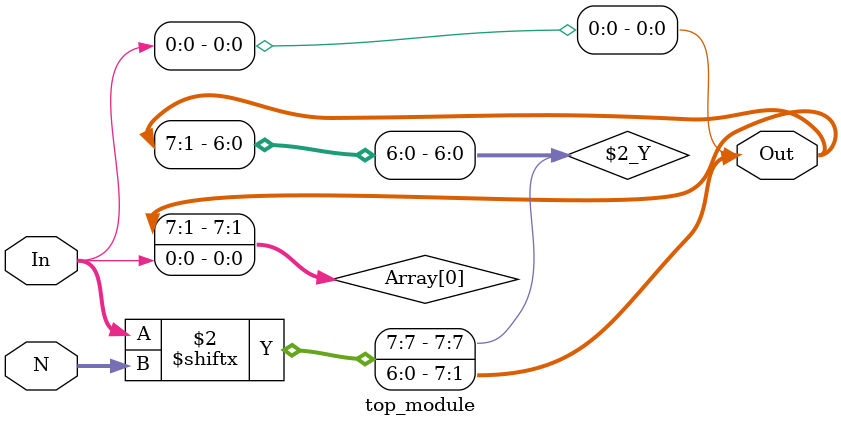
<source format=v>

module top_module(
  input  wire [2:0] N,
  input  wire [7:0] In,
  output reg  [7:0] Out
);

wire [7:0] Array[7:0];

assign Array[0][0]   = In[0];
assign Array[0][7:1] = In[7:N];

initial begin
  Out[0]   = Array[0][0];
  Out[7:1] = Array[0][7:1];
end

endmodule

</source>
